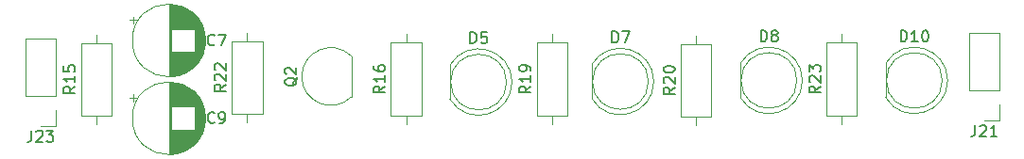
<source format=gbr>
%TF.GenerationSoftware,KiCad,Pcbnew,9.0.0*%
%TF.CreationDate,2025-06-20T16:33:01-04:00*%
%TF.ProjectId,proyecto_2_modulo,70726f79-6563-4746-9f5f-325f6d6f6475,rev?*%
%TF.SameCoordinates,Original*%
%TF.FileFunction,Legend,Top*%
%TF.FilePolarity,Positive*%
%FSLAX46Y46*%
G04 Gerber Fmt 4.6, Leading zero omitted, Abs format (unit mm)*
G04 Created by KiCad (PCBNEW 9.0.0) date 2025-06-20 16:33:01*
%MOMM*%
%LPD*%
G01*
G04 APERTURE LIST*
%ADD10C,0.150000*%
%ADD11C,0.120000*%
G04 APERTURE END LIST*
D10*
X80490057Y-32345238D02*
X80442438Y-32440476D01*
X80442438Y-32440476D02*
X80347200Y-32535714D01*
X80347200Y-32535714D02*
X80204342Y-32678571D01*
X80204342Y-32678571D02*
X80156723Y-32773809D01*
X80156723Y-32773809D02*
X80156723Y-32869047D01*
X80394819Y-32821428D02*
X80347200Y-32916666D01*
X80347200Y-32916666D02*
X80251961Y-33011904D01*
X80251961Y-33011904D02*
X80061485Y-33059523D01*
X80061485Y-33059523D02*
X79728152Y-33059523D01*
X79728152Y-33059523D02*
X79537676Y-33011904D01*
X79537676Y-33011904D02*
X79442438Y-32916666D01*
X79442438Y-32916666D02*
X79394819Y-32821428D01*
X79394819Y-32821428D02*
X79394819Y-32630952D01*
X79394819Y-32630952D02*
X79442438Y-32535714D01*
X79442438Y-32535714D02*
X79537676Y-32440476D01*
X79537676Y-32440476D02*
X79728152Y-32392857D01*
X79728152Y-32392857D02*
X80061485Y-32392857D01*
X80061485Y-32392857D02*
X80251961Y-32440476D01*
X80251961Y-32440476D02*
X80347200Y-32535714D01*
X80347200Y-32535714D02*
X80394819Y-32630952D01*
X80394819Y-32630952D02*
X80394819Y-32821428D01*
X79490057Y-32011904D02*
X79442438Y-31964285D01*
X79442438Y-31964285D02*
X79394819Y-31869047D01*
X79394819Y-31869047D02*
X79394819Y-31630952D01*
X79394819Y-31630952D02*
X79442438Y-31535714D01*
X79442438Y-31535714D02*
X79490057Y-31488095D01*
X79490057Y-31488095D02*
X79585295Y-31440476D01*
X79585295Y-31440476D02*
X79680533Y-31440476D01*
X79680533Y-31440476D02*
X79823390Y-31488095D01*
X79823390Y-31488095D02*
X80394819Y-32059523D01*
X80394819Y-32059523D02*
X80394819Y-31440476D01*
X60584819Y-33142857D02*
X60108628Y-33476190D01*
X60584819Y-33714285D02*
X59584819Y-33714285D01*
X59584819Y-33714285D02*
X59584819Y-33333333D01*
X59584819Y-33333333D02*
X59632438Y-33238095D01*
X59632438Y-33238095D02*
X59680057Y-33190476D01*
X59680057Y-33190476D02*
X59775295Y-33142857D01*
X59775295Y-33142857D02*
X59918152Y-33142857D01*
X59918152Y-33142857D02*
X60013390Y-33190476D01*
X60013390Y-33190476D02*
X60061009Y-33238095D01*
X60061009Y-33238095D02*
X60108628Y-33333333D01*
X60108628Y-33333333D02*
X60108628Y-33714285D01*
X60584819Y-32190476D02*
X60584819Y-32761904D01*
X60584819Y-32476190D02*
X59584819Y-32476190D01*
X59584819Y-32476190D02*
X59727676Y-32571428D01*
X59727676Y-32571428D02*
X59822914Y-32666666D01*
X59822914Y-32666666D02*
X59870533Y-32761904D01*
X59584819Y-31285714D02*
X59584819Y-31761904D01*
X59584819Y-31761904D02*
X60061009Y-31809523D01*
X60061009Y-31809523D02*
X60013390Y-31761904D01*
X60013390Y-31761904D02*
X59965771Y-31666666D01*
X59965771Y-31666666D02*
X59965771Y-31428571D01*
X59965771Y-31428571D02*
X60013390Y-31333333D01*
X60013390Y-31333333D02*
X60061009Y-31285714D01*
X60061009Y-31285714D02*
X60156247Y-31238095D01*
X60156247Y-31238095D02*
X60394342Y-31238095D01*
X60394342Y-31238095D02*
X60489580Y-31285714D01*
X60489580Y-31285714D02*
X60537200Y-31333333D01*
X60537200Y-31333333D02*
X60584819Y-31428571D01*
X60584819Y-31428571D02*
X60584819Y-31666666D01*
X60584819Y-31666666D02*
X60537200Y-31761904D01*
X60537200Y-31761904D02*
X60489580Y-31809523D01*
X134530714Y-29094819D02*
X134530714Y-28094819D01*
X134530714Y-28094819D02*
X134768809Y-28094819D01*
X134768809Y-28094819D02*
X134911666Y-28142438D01*
X134911666Y-28142438D02*
X135006904Y-28237676D01*
X135006904Y-28237676D02*
X135054523Y-28332914D01*
X135054523Y-28332914D02*
X135102142Y-28523390D01*
X135102142Y-28523390D02*
X135102142Y-28666247D01*
X135102142Y-28666247D02*
X135054523Y-28856723D01*
X135054523Y-28856723D02*
X135006904Y-28951961D01*
X135006904Y-28951961D02*
X134911666Y-29047200D01*
X134911666Y-29047200D02*
X134768809Y-29094819D01*
X134768809Y-29094819D02*
X134530714Y-29094819D01*
X136054523Y-29094819D02*
X135483095Y-29094819D01*
X135768809Y-29094819D02*
X135768809Y-28094819D01*
X135768809Y-28094819D02*
X135673571Y-28237676D01*
X135673571Y-28237676D02*
X135578333Y-28332914D01*
X135578333Y-28332914D02*
X135483095Y-28380533D01*
X136673571Y-28094819D02*
X136768809Y-28094819D01*
X136768809Y-28094819D02*
X136864047Y-28142438D01*
X136864047Y-28142438D02*
X136911666Y-28190057D01*
X136911666Y-28190057D02*
X136959285Y-28285295D01*
X136959285Y-28285295D02*
X137006904Y-28475771D01*
X137006904Y-28475771D02*
X137006904Y-28713866D01*
X137006904Y-28713866D02*
X136959285Y-28904342D01*
X136959285Y-28904342D02*
X136911666Y-28999580D01*
X136911666Y-28999580D02*
X136864047Y-29047200D01*
X136864047Y-29047200D02*
X136768809Y-29094819D01*
X136768809Y-29094819D02*
X136673571Y-29094819D01*
X136673571Y-29094819D02*
X136578333Y-29047200D01*
X136578333Y-29047200D02*
X136530714Y-28999580D01*
X136530714Y-28999580D02*
X136483095Y-28904342D01*
X136483095Y-28904342D02*
X136435476Y-28713866D01*
X136435476Y-28713866D02*
X136435476Y-28475771D01*
X136435476Y-28475771D02*
X136483095Y-28285295D01*
X136483095Y-28285295D02*
X136530714Y-28190057D01*
X136530714Y-28190057D02*
X136578333Y-28142438D01*
X136578333Y-28142438D02*
X136673571Y-28094819D01*
X74084819Y-32972857D02*
X73608628Y-33306190D01*
X74084819Y-33544285D02*
X73084819Y-33544285D01*
X73084819Y-33544285D02*
X73084819Y-33163333D01*
X73084819Y-33163333D02*
X73132438Y-33068095D01*
X73132438Y-33068095D02*
X73180057Y-33020476D01*
X73180057Y-33020476D02*
X73275295Y-32972857D01*
X73275295Y-32972857D02*
X73418152Y-32972857D01*
X73418152Y-32972857D02*
X73513390Y-33020476D01*
X73513390Y-33020476D02*
X73561009Y-33068095D01*
X73561009Y-33068095D02*
X73608628Y-33163333D01*
X73608628Y-33163333D02*
X73608628Y-33544285D01*
X73180057Y-32591904D02*
X73132438Y-32544285D01*
X73132438Y-32544285D02*
X73084819Y-32449047D01*
X73084819Y-32449047D02*
X73084819Y-32210952D01*
X73084819Y-32210952D02*
X73132438Y-32115714D01*
X73132438Y-32115714D02*
X73180057Y-32068095D01*
X73180057Y-32068095D02*
X73275295Y-32020476D01*
X73275295Y-32020476D02*
X73370533Y-32020476D01*
X73370533Y-32020476D02*
X73513390Y-32068095D01*
X73513390Y-32068095D02*
X74084819Y-32639523D01*
X74084819Y-32639523D02*
X74084819Y-32020476D01*
X73180057Y-31639523D02*
X73132438Y-31591904D01*
X73132438Y-31591904D02*
X73084819Y-31496666D01*
X73084819Y-31496666D02*
X73084819Y-31258571D01*
X73084819Y-31258571D02*
X73132438Y-31163333D01*
X73132438Y-31163333D02*
X73180057Y-31115714D01*
X73180057Y-31115714D02*
X73275295Y-31068095D01*
X73275295Y-31068095D02*
X73370533Y-31068095D01*
X73370533Y-31068095D02*
X73513390Y-31115714D01*
X73513390Y-31115714D02*
X74084819Y-31687142D01*
X74084819Y-31687142D02*
X74084819Y-31068095D01*
X108691905Y-29194819D02*
X108691905Y-28194819D01*
X108691905Y-28194819D02*
X108930000Y-28194819D01*
X108930000Y-28194819D02*
X109072857Y-28242438D01*
X109072857Y-28242438D02*
X109168095Y-28337676D01*
X109168095Y-28337676D02*
X109215714Y-28432914D01*
X109215714Y-28432914D02*
X109263333Y-28623390D01*
X109263333Y-28623390D02*
X109263333Y-28766247D01*
X109263333Y-28766247D02*
X109215714Y-28956723D01*
X109215714Y-28956723D02*
X109168095Y-29051961D01*
X109168095Y-29051961D02*
X109072857Y-29147200D01*
X109072857Y-29147200D02*
X108930000Y-29194819D01*
X108930000Y-29194819D02*
X108691905Y-29194819D01*
X109596667Y-28194819D02*
X110263333Y-28194819D01*
X110263333Y-28194819D02*
X109834762Y-29194819D01*
X127334819Y-33122857D02*
X126858628Y-33456190D01*
X127334819Y-33694285D02*
X126334819Y-33694285D01*
X126334819Y-33694285D02*
X126334819Y-33313333D01*
X126334819Y-33313333D02*
X126382438Y-33218095D01*
X126382438Y-33218095D02*
X126430057Y-33170476D01*
X126430057Y-33170476D02*
X126525295Y-33122857D01*
X126525295Y-33122857D02*
X126668152Y-33122857D01*
X126668152Y-33122857D02*
X126763390Y-33170476D01*
X126763390Y-33170476D02*
X126811009Y-33218095D01*
X126811009Y-33218095D02*
X126858628Y-33313333D01*
X126858628Y-33313333D02*
X126858628Y-33694285D01*
X126430057Y-32741904D02*
X126382438Y-32694285D01*
X126382438Y-32694285D02*
X126334819Y-32599047D01*
X126334819Y-32599047D02*
X126334819Y-32360952D01*
X126334819Y-32360952D02*
X126382438Y-32265714D01*
X126382438Y-32265714D02*
X126430057Y-32218095D01*
X126430057Y-32218095D02*
X126525295Y-32170476D01*
X126525295Y-32170476D02*
X126620533Y-32170476D01*
X126620533Y-32170476D02*
X126763390Y-32218095D01*
X126763390Y-32218095D02*
X127334819Y-32789523D01*
X127334819Y-32789523D02*
X127334819Y-32170476D01*
X126334819Y-31837142D02*
X126334819Y-31218095D01*
X126334819Y-31218095D02*
X126715771Y-31551428D01*
X126715771Y-31551428D02*
X126715771Y-31408571D01*
X126715771Y-31408571D02*
X126763390Y-31313333D01*
X126763390Y-31313333D02*
X126811009Y-31265714D01*
X126811009Y-31265714D02*
X126906247Y-31218095D01*
X126906247Y-31218095D02*
X127144342Y-31218095D01*
X127144342Y-31218095D02*
X127239580Y-31265714D01*
X127239580Y-31265714D02*
X127287200Y-31313333D01*
X127287200Y-31313333D02*
X127334819Y-31408571D01*
X127334819Y-31408571D02*
X127334819Y-31694285D01*
X127334819Y-31694285D02*
X127287200Y-31789523D01*
X127287200Y-31789523D02*
X127239580Y-31837142D01*
X141190476Y-36624819D02*
X141190476Y-37339104D01*
X141190476Y-37339104D02*
X141142857Y-37481961D01*
X141142857Y-37481961D02*
X141047619Y-37577200D01*
X141047619Y-37577200D02*
X140904762Y-37624819D01*
X140904762Y-37624819D02*
X140809524Y-37624819D01*
X141619048Y-36720057D02*
X141666667Y-36672438D01*
X141666667Y-36672438D02*
X141761905Y-36624819D01*
X141761905Y-36624819D02*
X142000000Y-36624819D01*
X142000000Y-36624819D02*
X142095238Y-36672438D01*
X142095238Y-36672438D02*
X142142857Y-36720057D01*
X142142857Y-36720057D02*
X142190476Y-36815295D01*
X142190476Y-36815295D02*
X142190476Y-36910533D01*
X142190476Y-36910533D02*
X142142857Y-37053390D01*
X142142857Y-37053390D02*
X141571429Y-37624819D01*
X141571429Y-37624819D02*
X142190476Y-37624819D01*
X143142857Y-37624819D02*
X142571429Y-37624819D01*
X142857143Y-37624819D02*
X142857143Y-36624819D01*
X142857143Y-36624819D02*
X142761905Y-36767676D01*
X142761905Y-36767676D02*
X142666667Y-36862914D01*
X142666667Y-36862914D02*
X142571429Y-36910533D01*
X121991905Y-29094819D02*
X121991905Y-28094819D01*
X121991905Y-28094819D02*
X122230000Y-28094819D01*
X122230000Y-28094819D02*
X122372857Y-28142438D01*
X122372857Y-28142438D02*
X122468095Y-28237676D01*
X122468095Y-28237676D02*
X122515714Y-28332914D01*
X122515714Y-28332914D02*
X122563333Y-28523390D01*
X122563333Y-28523390D02*
X122563333Y-28666247D01*
X122563333Y-28666247D02*
X122515714Y-28856723D01*
X122515714Y-28856723D02*
X122468095Y-28951961D01*
X122468095Y-28951961D02*
X122372857Y-29047200D01*
X122372857Y-29047200D02*
X122230000Y-29094819D01*
X122230000Y-29094819D02*
X121991905Y-29094819D01*
X123134762Y-28523390D02*
X123039524Y-28475771D01*
X123039524Y-28475771D02*
X122991905Y-28428152D01*
X122991905Y-28428152D02*
X122944286Y-28332914D01*
X122944286Y-28332914D02*
X122944286Y-28285295D01*
X122944286Y-28285295D02*
X122991905Y-28190057D01*
X122991905Y-28190057D02*
X123039524Y-28142438D01*
X123039524Y-28142438D02*
X123134762Y-28094819D01*
X123134762Y-28094819D02*
X123325238Y-28094819D01*
X123325238Y-28094819D02*
X123420476Y-28142438D01*
X123420476Y-28142438D02*
X123468095Y-28190057D01*
X123468095Y-28190057D02*
X123515714Y-28285295D01*
X123515714Y-28285295D02*
X123515714Y-28332914D01*
X123515714Y-28332914D02*
X123468095Y-28428152D01*
X123468095Y-28428152D02*
X123420476Y-28475771D01*
X123420476Y-28475771D02*
X123325238Y-28523390D01*
X123325238Y-28523390D02*
X123134762Y-28523390D01*
X123134762Y-28523390D02*
X123039524Y-28571009D01*
X123039524Y-28571009D02*
X122991905Y-28618628D01*
X122991905Y-28618628D02*
X122944286Y-28713866D01*
X122944286Y-28713866D02*
X122944286Y-28904342D01*
X122944286Y-28904342D02*
X122991905Y-28999580D01*
X122991905Y-28999580D02*
X123039524Y-29047200D01*
X123039524Y-29047200D02*
X123134762Y-29094819D01*
X123134762Y-29094819D02*
X123325238Y-29094819D01*
X123325238Y-29094819D02*
X123420476Y-29047200D01*
X123420476Y-29047200D02*
X123468095Y-28999580D01*
X123468095Y-28999580D02*
X123515714Y-28904342D01*
X123515714Y-28904342D02*
X123515714Y-28713866D01*
X123515714Y-28713866D02*
X123468095Y-28618628D01*
X123468095Y-28618628D02*
X123420476Y-28571009D01*
X123420476Y-28571009D02*
X123325238Y-28523390D01*
X56690476Y-37124819D02*
X56690476Y-37839104D01*
X56690476Y-37839104D02*
X56642857Y-37981961D01*
X56642857Y-37981961D02*
X56547619Y-38077200D01*
X56547619Y-38077200D02*
X56404762Y-38124819D01*
X56404762Y-38124819D02*
X56309524Y-38124819D01*
X57119048Y-37220057D02*
X57166667Y-37172438D01*
X57166667Y-37172438D02*
X57261905Y-37124819D01*
X57261905Y-37124819D02*
X57500000Y-37124819D01*
X57500000Y-37124819D02*
X57595238Y-37172438D01*
X57595238Y-37172438D02*
X57642857Y-37220057D01*
X57642857Y-37220057D02*
X57690476Y-37315295D01*
X57690476Y-37315295D02*
X57690476Y-37410533D01*
X57690476Y-37410533D02*
X57642857Y-37553390D01*
X57642857Y-37553390D02*
X57071429Y-38124819D01*
X57071429Y-38124819D02*
X57690476Y-38124819D01*
X58023810Y-37124819D02*
X58642857Y-37124819D01*
X58642857Y-37124819D02*
X58309524Y-37505771D01*
X58309524Y-37505771D02*
X58452381Y-37505771D01*
X58452381Y-37505771D02*
X58547619Y-37553390D01*
X58547619Y-37553390D02*
X58595238Y-37601009D01*
X58595238Y-37601009D02*
X58642857Y-37696247D01*
X58642857Y-37696247D02*
X58642857Y-37934342D01*
X58642857Y-37934342D02*
X58595238Y-38029580D01*
X58595238Y-38029580D02*
X58547619Y-38077200D01*
X58547619Y-38077200D02*
X58452381Y-38124819D01*
X58452381Y-38124819D02*
X58166667Y-38124819D01*
X58166667Y-38124819D02*
X58071429Y-38077200D01*
X58071429Y-38077200D02*
X58023810Y-38029580D01*
X88334819Y-33122857D02*
X87858628Y-33456190D01*
X88334819Y-33694285D02*
X87334819Y-33694285D01*
X87334819Y-33694285D02*
X87334819Y-33313333D01*
X87334819Y-33313333D02*
X87382438Y-33218095D01*
X87382438Y-33218095D02*
X87430057Y-33170476D01*
X87430057Y-33170476D02*
X87525295Y-33122857D01*
X87525295Y-33122857D02*
X87668152Y-33122857D01*
X87668152Y-33122857D02*
X87763390Y-33170476D01*
X87763390Y-33170476D02*
X87811009Y-33218095D01*
X87811009Y-33218095D02*
X87858628Y-33313333D01*
X87858628Y-33313333D02*
X87858628Y-33694285D01*
X88334819Y-32170476D02*
X88334819Y-32741904D01*
X88334819Y-32456190D02*
X87334819Y-32456190D01*
X87334819Y-32456190D02*
X87477676Y-32551428D01*
X87477676Y-32551428D02*
X87572914Y-32646666D01*
X87572914Y-32646666D02*
X87620533Y-32741904D01*
X87334819Y-31313333D02*
X87334819Y-31503809D01*
X87334819Y-31503809D02*
X87382438Y-31599047D01*
X87382438Y-31599047D02*
X87430057Y-31646666D01*
X87430057Y-31646666D02*
X87572914Y-31741904D01*
X87572914Y-31741904D02*
X87763390Y-31789523D01*
X87763390Y-31789523D02*
X88144342Y-31789523D01*
X88144342Y-31789523D02*
X88239580Y-31741904D01*
X88239580Y-31741904D02*
X88287200Y-31694285D01*
X88287200Y-31694285D02*
X88334819Y-31599047D01*
X88334819Y-31599047D02*
X88334819Y-31408571D01*
X88334819Y-31408571D02*
X88287200Y-31313333D01*
X88287200Y-31313333D02*
X88239580Y-31265714D01*
X88239580Y-31265714D02*
X88144342Y-31218095D01*
X88144342Y-31218095D02*
X87906247Y-31218095D01*
X87906247Y-31218095D02*
X87811009Y-31265714D01*
X87811009Y-31265714D02*
X87763390Y-31313333D01*
X87763390Y-31313333D02*
X87715771Y-31408571D01*
X87715771Y-31408571D02*
X87715771Y-31599047D01*
X87715771Y-31599047D02*
X87763390Y-31694285D01*
X87763390Y-31694285D02*
X87811009Y-31741904D01*
X87811009Y-31741904D02*
X87906247Y-31789523D01*
X114284819Y-33222857D02*
X113808628Y-33556190D01*
X114284819Y-33794285D02*
X113284819Y-33794285D01*
X113284819Y-33794285D02*
X113284819Y-33413333D01*
X113284819Y-33413333D02*
X113332438Y-33318095D01*
X113332438Y-33318095D02*
X113380057Y-33270476D01*
X113380057Y-33270476D02*
X113475295Y-33222857D01*
X113475295Y-33222857D02*
X113618152Y-33222857D01*
X113618152Y-33222857D02*
X113713390Y-33270476D01*
X113713390Y-33270476D02*
X113761009Y-33318095D01*
X113761009Y-33318095D02*
X113808628Y-33413333D01*
X113808628Y-33413333D02*
X113808628Y-33794285D01*
X113380057Y-32841904D02*
X113332438Y-32794285D01*
X113332438Y-32794285D02*
X113284819Y-32699047D01*
X113284819Y-32699047D02*
X113284819Y-32460952D01*
X113284819Y-32460952D02*
X113332438Y-32365714D01*
X113332438Y-32365714D02*
X113380057Y-32318095D01*
X113380057Y-32318095D02*
X113475295Y-32270476D01*
X113475295Y-32270476D02*
X113570533Y-32270476D01*
X113570533Y-32270476D02*
X113713390Y-32318095D01*
X113713390Y-32318095D02*
X114284819Y-32889523D01*
X114284819Y-32889523D02*
X114284819Y-32270476D01*
X113284819Y-31651428D02*
X113284819Y-31556190D01*
X113284819Y-31556190D02*
X113332438Y-31460952D01*
X113332438Y-31460952D02*
X113380057Y-31413333D01*
X113380057Y-31413333D02*
X113475295Y-31365714D01*
X113475295Y-31365714D02*
X113665771Y-31318095D01*
X113665771Y-31318095D02*
X113903866Y-31318095D01*
X113903866Y-31318095D02*
X114094342Y-31365714D01*
X114094342Y-31365714D02*
X114189580Y-31413333D01*
X114189580Y-31413333D02*
X114237200Y-31460952D01*
X114237200Y-31460952D02*
X114284819Y-31556190D01*
X114284819Y-31556190D02*
X114284819Y-31651428D01*
X114284819Y-31651428D02*
X114237200Y-31746666D01*
X114237200Y-31746666D02*
X114189580Y-31794285D01*
X114189580Y-31794285D02*
X114094342Y-31841904D01*
X114094342Y-31841904D02*
X113903866Y-31889523D01*
X113903866Y-31889523D02*
X113665771Y-31889523D01*
X113665771Y-31889523D02*
X113475295Y-31841904D01*
X113475295Y-31841904D02*
X113380057Y-31794285D01*
X113380057Y-31794285D02*
X113332438Y-31746666D01*
X113332438Y-31746666D02*
X113284819Y-31651428D01*
X101384819Y-33122857D02*
X100908628Y-33456190D01*
X101384819Y-33694285D02*
X100384819Y-33694285D01*
X100384819Y-33694285D02*
X100384819Y-33313333D01*
X100384819Y-33313333D02*
X100432438Y-33218095D01*
X100432438Y-33218095D02*
X100480057Y-33170476D01*
X100480057Y-33170476D02*
X100575295Y-33122857D01*
X100575295Y-33122857D02*
X100718152Y-33122857D01*
X100718152Y-33122857D02*
X100813390Y-33170476D01*
X100813390Y-33170476D02*
X100861009Y-33218095D01*
X100861009Y-33218095D02*
X100908628Y-33313333D01*
X100908628Y-33313333D02*
X100908628Y-33694285D01*
X101384819Y-32170476D02*
X101384819Y-32741904D01*
X101384819Y-32456190D02*
X100384819Y-32456190D01*
X100384819Y-32456190D02*
X100527676Y-32551428D01*
X100527676Y-32551428D02*
X100622914Y-32646666D01*
X100622914Y-32646666D02*
X100670533Y-32741904D01*
X101384819Y-31694285D02*
X101384819Y-31503809D01*
X101384819Y-31503809D02*
X101337200Y-31408571D01*
X101337200Y-31408571D02*
X101289580Y-31360952D01*
X101289580Y-31360952D02*
X101146723Y-31265714D01*
X101146723Y-31265714D02*
X100956247Y-31218095D01*
X100956247Y-31218095D02*
X100575295Y-31218095D01*
X100575295Y-31218095D02*
X100480057Y-31265714D01*
X100480057Y-31265714D02*
X100432438Y-31313333D01*
X100432438Y-31313333D02*
X100384819Y-31408571D01*
X100384819Y-31408571D02*
X100384819Y-31599047D01*
X100384819Y-31599047D02*
X100432438Y-31694285D01*
X100432438Y-31694285D02*
X100480057Y-31741904D01*
X100480057Y-31741904D02*
X100575295Y-31789523D01*
X100575295Y-31789523D02*
X100813390Y-31789523D01*
X100813390Y-31789523D02*
X100908628Y-31741904D01*
X100908628Y-31741904D02*
X100956247Y-31694285D01*
X100956247Y-31694285D02*
X101003866Y-31599047D01*
X101003866Y-31599047D02*
X101003866Y-31408571D01*
X101003866Y-31408571D02*
X100956247Y-31313333D01*
X100956247Y-31313333D02*
X100908628Y-31265714D01*
X100908628Y-31265714D02*
X100813390Y-31218095D01*
X73083333Y-36359580D02*
X73035714Y-36407200D01*
X73035714Y-36407200D02*
X72892857Y-36454819D01*
X72892857Y-36454819D02*
X72797619Y-36454819D01*
X72797619Y-36454819D02*
X72654762Y-36407200D01*
X72654762Y-36407200D02*
X72559524Y-36311961D01*
X72559524Y-36311961D02*
X72511905Y-36216723D01*
X72511905Y-36216723D02*
X72464286Y-36026247D01*
X72464286Y-36026247D02*
X72464286Y-35883390D01*
X72464286Y-35883390D02*
X72511905Y-35692914D01*
X72511905Y-35692914D02*
X72559524Y-35597676D01*
X72559524Y-35597676D02*
X72654762Y-35502438D01*
X72654762Y-35502438D02*
X72797619Y-35454819D01*
X72797619Y-35454819D02*
X72892857Y-35454819D01*
X72892857Y-35454819D02*
X73035714Y-35502438D01*
X73035714Y-35502438D02*
X73083333Y-35550057D01*
X73559524Y-36454819D02*
X73750000Y-36454819D01*
X73750000Y-36454819D02*
X73845238Y-36407200D01*
X73845238Y-36407200D02*
X73892857Y-36359580D01*
X73892857Y-36359580D02*
X73988095Y-36216723D01*
X73988095Y-36216723D02*
X74035714Y-36026247D01*
X74035714Y-36026247D02*
X74035714Y-35645295D01*
X74035714Y-35645295D02*
X73988095Y-35550057D01*
X73988095Y-35550057D02*
X73940476Y-35502438D01*
X73940476Y-35502438D02*
X73845238Y-35454819D01*
X73845238Y-35454819D02*
X73654762Y-35454819D01*
X73654762Y-35454819D02*
X73559524Y-35502438D01*
X73559524Y-35502438D02*
X73511905Y-35550057D01*
X73511905Y-35550057D02*
X73464286Y-35645295D01*
X73464286Y-35645295D02*
X73464286Y-35883390D01*
X73464286Y-35883390D02*
X73511905Y-35978628D01*
X73511905Y-35978628D02*
X73559524Y-36026247D01*
X73559524Y-36026247D02*
X73654762Y-36073866D01*
X73654762Y-36073866D02*
X73845238Y-36073866D01*
X73845238Y-36073866D02*
X73940476Y-36026247D01*
X73940476Y-36026247D02*
X73988095Y-35978628D01*
X73988095Y-35978628D02*
X74035714Y-35883390D01*
X73083333Y-29359580D02*
X73035714Y-29407200D01*
X73035714Y-29407200D02*
X72892857Y-29454819D01*
X72892857Y-29454819D02*
X72797619Y-29454819D01*
X72797619Y-29454819D02*
X72654762Y-29407200D01*
X72654762Y-29407200D02*
X72559524Y-29311961D01*
X72559524Y-29311961D02*
X72511905Y-29216723D01*
X72511905Y-29216723D02*
X72464286Y-29026247D01*
X72464286Y-29026247D02*
X72464286Y-28883390D01*
X72464286Y-28883390D02*
X72511905Y-28692914D01*
X72511905Y-28692914D02*
X72559524Y-28597676D01*
X72559524Y-28597676D02*
X72654762Y-28502438D01*
X72654762Y-28502438D02*
X72797619Y-28454819D01*
X72797619Y-28454819D02*
X72892857Y-28454819D01*
X72892857Y-28454819D02*
X73035714Y-28502438D01*
X73035714Y-28502438D02*
X73083333Y-28550057D01*
X73416667Y-28454819D02*
X74083333Y-28454819D01*
X74083333Y-28454819D02*
X73654762Y-29454819D01*
X95991905Y-29244819D02*
X95991905Y-28244819D01*
X95991905Y-28244819D02*
X96230000Y-28244819D01*
X96230000Y-28244819D02*
X96372857Y-28292438D01*
X96372857Y-28292438D02*
X96468095Y-28387676D01*
X96468095Y-28387676D02*
X96515714Y-28482914D01*
X96515714Y-28482914D02*
X96563333Y-28673390D01*
X96563333Y-28673390D02*
X96563333Y-28816247D01*
X96563333Y-28816247D02*
X96515714Y-29006723D01*
X96515714Y-29006723D02*
X96468095Y-29101961D01*
X96468095Y-29101961D02*
X96372857Y-29197200D01*
X96372857Y-29197200D02*
X96230000Y-29244819D01*
X96230000Y-29244819D02*
X95991905Y-29244819D01*
X97468095Y-28244819D02*
X96991905Y-28244819D01*
X96991905Y-28244819D02*
X96944286Y-28721009D01*
X96944286Y-28721009D02*
X96991905Y-28673390D01*
X96991905Y-28673390D02*
X97087143Y-28625771D01*
X97087143Y-28625771D02*
X97325238Y-28625771D01*
X97325238Y-28625771D02*
X97420476Y-28673390D01*
X97420476Y-28673390D02*
X97468095Y-28721009D01*
X97468095Y-28721009D02*
X97515714Y-28816247D01*
X97515714Y-28816247D02*
X97515714Y-29054342D01*
X97515714Y-29054342D02*
X97468095Y-29149580D01*
X97468095Y-29149580D02*
X97420476Y-29197200D01*
X97420476Y-29197200D02*
X97325238Y-29244819D01*
X97325238Y-29244819D02*
X97087143Y-29244819D01*
X97087143Y-29244819D02*
X96991905Y-29197200D01*
X96991905Y-29197200D02*
X96944286Y-29149580D01*
D11*
%TO.C,Q2*%
X85350000Y-34050000D02*
X85350000Y-30450000D01*
X80900000Y-32250000D02*
G75*
G02*
X85338478Y-30411522I2600000J0D01*
G01*
X85338478Y-34088478D02*
G75*
G02*
X80899999Y-32250000I-1838478J1838478D01*
G01*
%TO.C,R15*%
X61130000Y-29230000D02*
X61130000Y-35770000D01*
X61130000Y-35770000D02*
X63870000Y-35770000D01*
X62500000Y-28460000D02*
X62500000Y-29230000D01*
X62500000Y-36540000D02*
X62500000Y-35770000D01*
X63870000Y-29230000D02*
X61130000Y-29230000D01*
X63870000Y-35770000D02*
X63870000Y-29230000D01*
%TO.C,D10*%
X133185000Y-31055000D02*
X133185000Y-34145000D01*
X133185000Y-31055170D02*
G75*
G02*
X138735000Y-32599952I2560000J-1544830D01*
G01*
X138735000Y-32600048D02*
G75*
G02*
X133185000Y-34144830I-2990000J48D01*
G01*
X138245000Y-32600000D02*
G75*
G02*
X133245000Y-32600000I-2500000J0D01*
G01*
X133245000Y-32600000D02*
G75*
G02*
X138245000Y-32600000I2500000J0D01*
G01*
%TO.C,R22*%
X74630000Y-29060000D02*
X74630000Y-35600000D01*
X74630000Y-35600000D02*
X77370000Y-35600000D01*
X76000000Y-28290000D02*
X76000000Y-29060000D01*
X76000000Y-36370000D02*
X76000000Y-35600000D01*
X77370000Y-29060000D02*
X74630000Y-29060000D01*
X77370000Y-35600000D02*
X77370000Y-29060000D01*
%TO.C,D7*%
X106870000Y-31155000D02*
X106870000Y-34245000D01*
X106870000Y-31155170D02*
G75*
G02*
X112420000Y-32699952I2560000J-1544830D01*
G01*
X112420000Y-32700048D02*
G75*
G02*
X106870000Y-34244830I-2990000J48D01*
G01*
X111930000Y-32700000D02*
G75*
G02*
X106930000Y-32700000I-2500000J0D01*
G01*
X106930000Y-32700000D02*
G75*
G02*
X111930000Y-32700000I2500000J0D01*
G01*
%TO.C,R23*%
X127880000Y-29210000D02*
X127880000Y-35750000D01*
X127880000Y-35750000D02*
X130620000Y-35750000D01*
X129250000Y-28440000D02*
X129250000Y-29210000D01*
X129250000Y-36520000D02*
X129250000Y-35750000D01*
X130620000Y-29210000D02*
X127880000Y-29210000D01*
X130620000Y-35750000D02*
X130620000Y-29210000D01*
%TO.C,J21*%
X140620000Y-33520000D02*
X140620000Y-28330000D01*
X143380000Y-28330000D02*
X140620000Y-28330000D01*
X143380000Y-33520000D02*
X140620000Y-33520000D01*
X143380000Y-33520000D02*
X143380000Y-28330000D01*
X143380000Y-34790000D02*
X143380000Y-36170000D01*
X143380000Y-36170000D02*
X142000000Y-36170000D01*
%TO.C,D8*%
X120170000Y-31055000D02*
X120170000Y-34145000D01*
X120170000Y-31055170D02*
G75*
G02*
X125720000Y-32599952I2560000J-1544830D01*
G01*
X125720000Y-32600048D02*
G75*
G02*
X120170000Y-34144830I-2990000J48D01*
G01*
X125230000Y-32600000D02*
G75*
G02*
X120230000Y-32600000I-2500000J0D01*
G01*
X120230000Y-32600000D02*
G75*
G02*
X125230000Y-32600000I2500000J0D01*
G01*
%TO.C,J23*%
X56120000Y-34020000D02*
X56120000Y-28830000D01*
X58880000Y-28830000D02*
X56120000Y-28830000D01*
X58880000Y-34020000D02*
X56120000Y-34020000D01*
X58880000Y-34020000D02*
X58880000Y-28830000D01*
X58880000Y-35290000D02*
X58880000Y-36670000D01*
X58880000Y-36670000D02*
X57500000Y-36670000D01*
%TO.C,R16*%
X88880000Y-29210000D02*
X88880000Y-35750000D01*
X88880000Y-35750000D02*
X91620000Y-35750000D01*
X90250000Y-28440000D02*
X90250000Y-29210000D01*
X90250000Y-36520000D02*
X90250000Y-35750000D01*
X91620000Y-29210000D02*
X88880000Y-29210000D01*
X91620000Y-35750000D02*
X91620000Y-29210000D01*
%TO.C,R20*%
X114830000Y-29310000D02*
X114830000Y-35850000D01*
X114830000Y-35850000D02*
X117570000Y-35850000D01*
X116200000Y-28540000D02*
X116200000Y-29310000D01*
X116200000Y-36620000D02*
X116200000Y-35850000D01*
X117570000Y-29310000D02*
X114830000Y-29310000D01*
X117570000Y-35850000D02*
X117570000Y-29310000D01*
%TO.C,R19*%
X101930000Y-29210000D02*
X101930000Y-35750000D01*
X101930000Y-35750000D02*
X104670000Y-35750000D01*
X103300000Y-28440000D02*
X103300000Y-29210000D01*
X103300000Y-36520000D02*
X103300000Y-35750000D01*
X104670000Y-29210000D02*
X101930000Y-29210000D01*
X104670000Y-35750000D02*
X104670000Y-29210000D01*
%TO.C,C9*%
X65499759Y-34161000D02*
X66129759Y-34161000D01*
X65814759Y-33846000D02*
X65814759Y-34476000D01*
X69000000Y-32770000D02*
X69000000Y-39230000D01*
X69040000Y-32770000D02*
X69040000Y-39230000D01*
X69080000Y-32771000D02*
X69080000Y-39229000D01*
X69120000Y-32772000D02*
X69120000Y-39228000D01*
X69160000Y-32774000D02*
X69160000Y-39226000D01*
X69200000Y-32776000D02*
X69200000Y-39224000D01*
X69240000Y-32779000D02*
X69240000Y-34960000D01*
X69240000Y-37040000D02*
X69240000Y-39221000D01*
X69280000Y-32782000D02*
X69280000Y-34960000D01*
X69280000Y-37040000D02*
X69280000Y-39218000D01*
X69320000Y-32786000D02*
X69320000Y-34960000D01*
X69320000Y-37040000D02*
X69320000Y-39214000D01*
X69360000Y-32790000D02*
X69360000Y-34960000D01*
X69360000Y-37040000D02*
X69360000Y-39210000D01*
X69400000Y-32795000D02*
X69400000Y-34960000D01*
X69400000Y-37040000D02*
X69400000Y-39205000D01*
X69440000Y-32800000D02*
X69440000Y-34960000D01*
X69440000Y-37040000D02*
X69440000Y-39200000D01*
X69480000Y-32805000D02*
X69480000Y-34960000D01*
X69480000Y-37040000D02*
X69480000Y-39195000D01*
X69520000Y-32812000D02*
X69520000Y-34960000D01*
X69520000Y-37040000D02*
X69520000Y-39188000D01*
X69560000Y-32818000D02*
X69560000Y-34960000D01*
X69560000Y-37040000D02*
X69560000Y-39182000D01*
X69600000Y-32826000D02*
X69600000Y-34960000D01*
X69600000Y-37040000D02*
X69600000Y-39174000D01*
X69640000Y-32833000D02*
X69640000Y-34960000D01*
X69640000Y-37040000D02*
X69640000Y-39167000D01*
X69680000Y-32841000D02*
X69680000Y-34960000D01*
X69680000Y-37040000D02*
X69680000Y-39159000D01*
X69720000Y-32850000D02*
X69720000Y-34960000D01*
X69720000Y-37040000D02*
X69720000Y-39150000D01*
X69760000Y-32860000D02*
X69760000Y-34960000D01*
X69760000Y-37040000D02*
X69760000Y-39140000D01*
X69800000Y-32869000D02*
X69800000Y-34960000D01*
X69800000Y-37040000D02*
X69800000Y-39131000D01*
X69840000Y-32880000D02*
X69840000Y-34960000D01*
X69840000Y-37040000D02*
X69840000Y-39120000D01*
X69880000Y-32891000D02*
X69880000Y-34960000D01*
X69880000Y-37040000D02*
X69880000Y-39109000D01*
X69920000Y-32902000D02*
X69920000Y-34960000D01*
X69920000Y-37040000D02*
X69920000Y-39098000D01*
X69960000Y-32914000D02*
X69960000Y-34960000D01*
X69960000Y-37040000D02*
X69960000Y-39086000D01*
X70000000Y-32927000D02*
X70000000Y-34960000D01*
X70000000Y-37040000D02*
X70000000Y-39073000D01*
X70040000Y-32940000D02*
X70040000Y-34960000D01*
X70040000Y-37040000D02*
X70040000Y-39060000D01*
X70080000Y-32953000D02*
X70080000Y-34960000D01*
X70080000Y-37040000D02*
X70080000Y-39047000D01*
X70120000Y-32968000D02*
X70120000Y-34960000D01*
X70120000Y-37040000D02*
X70120000Y-39032000D01*
X70160000Y-32983000D02*
X70160000Y-34960000D01*
X70160000Y-37040000D02*
X70160000Y-39017000D01*
X70200000Y-32998000D02*
X70200000Y-34960000D01*
X70200000Y-37040000D02*
X70200000Y-39002000D01*
X70240000Y-33014000D02*
X70240000Y-34960000D01*
X70240000Y-37040000D02*
X70240000Y-38986000D01*
X70280000Y-33031000D02*
X70280000Y-34960000D01*
X70280000Y-37040000D02*
X70280000Y-38969000D01*
X70320000Y-33048000D02*
X70320000Y-34960000D01*
X70320000Y-37040000D02*
X70320000Y-38952000D01*
X70360000Y-33066000D02*
X70360000Y-34960000D01*
X70360000Y-37040000D02*
X70360000Y-38934000D01*
X70400000Y-33085000D02*
X70400000Y-34960000D01*
X70400000Y-37040000D02*
X70400000Y-38915000D01*
X70440000Y-33104000D02*
X70440000Y-34960000D01*
X70440000Y-37040000D02*
X70440000Y-38896000D01*
X70480000Y-33124000D02*
X70480000Y-34960000D01*
X70480000Y-37040000D02*
X70480000Y-38876000D01*
X70520000Y-33145000D02*
X70520000Y-34960000D01*
X70520000Y-37040000D02*
X70520000Y-38855000D01*
X70560000Y-33166000D02*
X70560000Y-34960000D01*
X70560000Y-37040000D02*
X70560000Y-38834000D01*
X70600000Y-33188000D02*
X70600000Y-34960000D01*
X70600000Y-37040000D02*
X70600000Y-38812000D01*
X70640000Y-33211000D02*
X70640000Y-34960000D01*
X70640000Y-37040000D02*
X70640000Y-38789000D01*
X70680000Y-33235000D02*
X70680000Y-34960000D01*
X70680000Y-37040000D02*
X70680000Y-38765000D01*
X70720000Y-33259000D02*
X70720000Y-34960000D01*
X70720000Y-37040000D02*
X70720000Y-38741000D01*
X70760000Y-33284000D02*
X70760000Y-34960000D01*
X70760000Y-37040000D02*
X70760000Y-38716000D01*
X70800000Y-33310000D02*
X70800000Y-34960000D01*
X70800000Y-37040000D02*
X70800000Y-38690000D01*
X70840000Y-33337000D02*
X70840000Y-34960000D01*
X70840000Y-37040000D02*
X70840000Y-38663000D01*
X70880000Y-33364000D02*
X70880000Y-34960000D01*
X70880000Y-37040000D02*
X70880000Y-38636000D01*
X70920000Y-33393000D02*
X70920000Y-34960000D01*
X70920000Y-37040000D02*
X70920000Y-38607000D01*
X70960000Y-33423000D02*
X70960000Y-34960000D01*
X70960000Y-37040000D02*
X70960000Y-38577000D01*
X71000000Y-33453000D02*
X71000000Y-34960000D01*
X71000000Y-37040000D02*
X71000000Y-38547000D01*
X71040000Y-33484000D02*
X71040000Y-34960000D01*
X71040000Y-37040000D02*
X71040000Y-38516000D01*
X71080000Y-33517000D02*
X71080000Y-34960000D01*
X71080000Y-37040000D02*
X71080000Y-38483000D01*
X71120000Y-33550000D02*
X71120000Y-34960000D01*
X71120000Y-37040000D02*
X71120000Y-38450000D01*
X71160000Y-33585000D02*
X71160000Y-34960000D01*
X71160000Y-37040000D02*
X71160000Y-38415000D01*
X71200000Y-33621000D02*
X71200000Y-34960000D01*
X71200000Y-37040000D02*
X71200000Y-38379000D01*
X71240000Y-33658000D02*
X71240000Y-34960000D01*
X71240000Y-37040000D02*
X71240000Y-38342000D01*
X71280000Y-33696000D02*
X71280000Y-34960000D01*
X71280000Y-37040000D02*
X71280000Y-38304000D01*
X71320000Y-33736000D02*
X71320000Y-38264000D01*
X71360000Y-33777000D02*
X71360000Y-38223000D01*
X71400000Y-33819000D02*
X71400000Y-38181000D01*
X71440000Y-33863000D02*
X71440000Y-38137000D01*
X71480000Y-33909000D02*
X71480000Y-38091000D01*
X71520000Y-33956000D02*
X71520000Y-38044000D01*
X71560000Y-34005000D02*
X71560000Y-37995000D01*
X71600000Y-34057000D02*
X71600000Y-37943000D01*
X71640000Y-34110000D02*
X71640000Y-37890000D01*
X71680000Y-34166000D02*
X71680000Y-37834000D01*
X71720000Y-34225000D02*
X71720000Y-37775000D01*
X71760000Y-34286000D02*
X71760000Y-37714000D01*
X71800000Y-34351000D02*
X71800000Y-37649000D01*
X71840000Y-34419000D02*
X71840000Y-37581000D01*
X71880000Y-34491000D02*
X71880000Y-37509000D01*
X71920000Y-34568000D02*
X71920000Y-37432000D01*
X71960000Y-34650000D02*
X71960000Y-37350000D01*
X72000000Y-34739000D02*
X72000000Y-37261000D01*
X72040000Y-34835000D02*
X72040000Y-37165000D01*
X72080000Y-34942000D02*
X72080000Y-37058000D01*
X72120000Y-35061000D02*
X72120000Y-36939000D01*
X72160000Y-35199000D02*
X72160000Y-36801000D01*
X72200000Y-35367000D02*
X72200000Y-36633000D01*
X72240000Y-35598000D02*
X72240000Y-36402000D01*
X72270000Y-36000000D02*
G75*
G02*
X65730000Y-36000000I-3270000J0D01*
G01*
X65730000Y-36000000D02*
G75*
G02*
X72270000Y-36000000I3270000J0D01*
G01*
%TO.C,C7*%
X65499759Y-27161000D02*
X66129759Y-27161000D01*
X65814759Y-26846000D02*
X65814759Y-27476000D01*
X69000000Y-25770000D02*
X69000000Y-32230000D01*
X69040000Y-25770000D02*
X69040000Y-32230000D01*
X69080000Y-25771000D02*
X69080000Y-32229000D01*
X69120000Y-25772000D02*
X69120000Y-32228000D01*
X69160000Y-25774000D02*
X69160000Y-32226000D01*
X69200000Y-25776000D02*
X69200000Y-32224000D01*
X69240000Y-25779000D02*
X69240000Y-27960000D01*
X69240000Y-30040000D02*
X69240000Y-32221000D01*
X69280000Y-25782000D02*
X69280000Y-27960000D01*
X69280000Y-30040000D02*
X69280000Y-32218000D01*
X69320000Y-25786000D02*
X69320000Y-27960000D01*
X69320000Y-30040000D02*
X69320000Y-32214000D01*
X69360000Y-25790000D02*
X69360000Y-27960000D01*
X69360000Y-30040000D02*
X69360000Y-32210000D01*
X69400000Y-25795000D02*
X69400000Y-27960000D01*
X69400000Y-30040000D02*
X69400000Y-32205000D01*
X69440000Y-25800000D02*
X69440000Y-27960000D01*
X69440000Y-30040000D02*
X69440000Y-32200000D01*
X69480000Y-25805000D02*
X69480000Y-27960000D01*
X69480000Y-30040000D02*
X69480000Y-32195000D01*
X69520000Y-25812000D02*
X69520000Y-27960000D01*
X69520000Y-30040000D02*
X69520000Y-32188000D01*
X69560000Y-25818000D02*
X69560000Y-27960000D01*
X69560000Y-30040000D02*
X69560000Y-32182000D01*
X69600000Y-25826000D02*
X69600000Y-27960000D01*
X69600000Y-30040000D02*
X69600000Y-32174000D01*
X69640000Y-25833000D02*
X69640000Y-27960000D01*
X69640000Y-30040000D02*
X69640000Y-32167000D01*
X69680000Y-25841000D02*
X69680000Y-27960000D01*
X69680000Y-30040000D02*
X69680000Y-32159000D01*
X69720000Y-25850000D02*
X69720000Y-27960000D01*
X69720000Y-30040000D02*
X69720000Y-32150000D01*
X69760000Y-25860000D02*
X69760000Y-27960000D01*
X69760000Y-30040000D02*
X69760000Y-32140000D01*
X69800000Y-25869000D02*
X69800000Y-27960000D01*
X69800000Y-30040000D02*
X69800000Y-32131000D01*
X69840000Y-25880000D02*
X69840000Y-27960000D01*
X69840000Y-30040000D02*
X69840000Y-32120000D01*
X69880000Y-25891000D02*
X69880000Y-27960000D01*
X69880000Y-30040000D02*
X69880000Y-32109000D01*
X69920000Y-25902000D02*
X69920000Y-27960000D01*
X69920000Y-30040000D02*
X69920000Y-32098000D01*
X69960000Y-25914000D02*
X69960000Y-27960000D01*
X69960000Y-30040000D02*
X69960000Y-32086000D01*
X70000000Y-25927000D02*
X70000000Y-27960000D01*
X70000000Y-30040000D02*
X70000000Y-32073000D01*
X70040000Y-25940000D02*
X70040000Y-27960000D01*
X70040000Y-30040000D02*
X70040000Y-32060000D01*
X70080000Y-25953000D02*
X70080000Y-27960000D01*
X70080000Y-30040000D02*
X70080000Y-32047000D01*
X70120000Y-25968000D02*
X70120000Y-27960000D01*
X70120000Y-30040000D02*
X70120000Y-32032000D01*
X70160000Y-25983000D02*
X70160000Y-27960000D01*
X70160000Y-30040000D02*
X70160000Y-32017000D01*
X70200000Y-25998000D02*
X70200000Y-27960000D01*
X70200000Y-30040000D02*
X70200000Y-32002000D01*
X70240000Y-26014000D02*
X70240000Y-27960000D01*
X70240000Y-30040000D02*
X70240000Y-31986000D01*
X70280000Y-26031000D02*
X70280000Y-27960000D01*
X70280000Y-30040000D02*
X70280000Y-31969000D01*
X70320000Y-26048000D02*
X70320000Y-27960000D01*
X70320000Y-30040000D02*
X70320000Y-31952000D01*
X70360000Y-26066000D02*
X70360000Y-27960000D01*
X70360000Y-30040000D02*
X70360000Y-31934000D01*
X70400000Y-26085000D02*
X70400000Y-27960000D01*
X70400000Y-30040000D02*
X70400000Y-31915000D01*
X70440000Y-26104000D02*
X70440000Y-27960000D01*
X70440000Y-30040000D02*
X70440000Y-31896000D01*
X70480000Y-26124000D02*
X70480000Y-27960000D01*
X70480000Y-30040000D02*
X70480000Y-31876000D01*
X70520000Y-26145000D02*
X70520000Y-27960000D01*
X70520000Y-30040000D02*
X70520000Y-31855000D01*
X70560000Y-26166000D02*
X70560000Y-27960000D01*
X70560000Y-30040000D02*
X70560000Y-31834000D01*
X70600000Y-26188000D02*
X70600000Y-27960000D01*
X70600000Y-30040000D02*
X70600000Y-31812000D01*
X70640000Y-26211000D02*
X70640000Y-27960000D01*
X70640000Y-30040000D02*
X70640000Y-31789000D01*
X70680000Y-26235000D02*
X70680000Y-27960000D01*
X70680000Y-30040000D02*
X70680000Y-31765000D01*
X70720000Y-26259000D02*
X70720000Y-27960000D01*
X70720000Y-30040000D02*
X70720000Y-31741000D01*
X70760000Y-26284000D02*
X70760000Y-27960000D01*
X70760000Y-30040000D02*
X70760000Y-31716000D01*
X70800000Y-26310000D02*
X70800000Y-27960000D01*
X70800000Y-30040000D02*
X70800000Y-31690000D01*
X70840000Y-26337000D02*
X70840000Y-27960000D01*
X70840000Y-30040000D02*
X70840000Y-31663000D01*
X70880000Y-26364000D02*
X70880000Y-27960000D01*
X70880000Y-30040000D02*
X70880000Y-31636000D01*
X70920000Y-26393000D02*
X70920000Y-27960000D01*
X70920000Y-30040000D02*
X70920000Y-31607000D01*
X70960000Y-26423000D02*
X70960000Y-27960000D01*
X70960000Y-30040000D02*
X70960000Y-31577000D01*
X71000000Y-26453000D02*
X71000000Y-27960000D01*
X71000000Y-30040000D02*
X71000000Y-31547000D01*
X71040000Y-26484000D02*
X71040000Y-27960000D01*
X71040000Y-30040000D02*
X71040000Y-31516000D01*
X71080000Y-26517000D02*
X71080000Y-27960000D01*
X71080000Y-30040000D02*
X71080000Y-31483000D01*
X71120000Y-26550000D02*
X71120000Y-27960000D01*
X71120000Y-30040000D02*
X71120000Y-31450000D01*
X71160000Y-26585000D02*
X71160000Y-27960000D01*
X71160000Y-30040000D02*
X71160000Y-31415000D01*
X71200000Y-26621000D02*
X71200000Y-27960000D01*
X71200000Y-30040000D02*
X71200000Y-31379000D01*
X71240000Y-26658000D02*
X71240000Y-27960000D01*
X71240000Y-30040000D02*
X71240000Y-31342000D01*
X71280000Y-26696000D02*
X71280000Y-27960000D01*
X71280000Y-30040000D02*
X71280000Y-31304000D01*
X71320000Y-26736000D02*
X71320000Y-31264000D01*
X71360000Y-26777000D02*
X71360000Y-31223000D01*
X71400000Y-26819000D02*
X71400000Y-31181000D01*
X71440000Y-26863000D02*
X71440000Y-31137000D01*
X71480000Y-26909000D02*
X71480000Y-31091000D01*
X71520000Y-26956000D02*
X71520000Y-31044000D01*
X71560000Y-27005000D02*
X71560000Y-30995000D01*
X71600000Y-27057000D02*
X71600000Y-30943000D01*
X71640000Y-27110000D02*
X71640000Y-30890000D01*
X71680000Y-27166000D02*
X71680000Y-30834000D01*
X71720000Y-27225000D02*
X71720000Y-30775000D01*
X71760000Y-27286000D02*
X71760000Y-30714000D01*
X71800000Y-27351000D02*
X71800000Y-30649000D01*
X71840000Y-27419000D02*
X71840000Y-30581000D01*
X71880000Y-27491000D02*
X71880000Y-30509000D01*
X71920000Y-27568000D02*
X71920000Y-30432000D01*
X71960000Y-27650000D02*
X71960000Y-30350000D01*
X72000000Y-27739000D02*
X72000000Y-30261000D01*
X72040000Y-27835000D02*
X72040000Y-30165000D01*
X72080000Y-27942000D02*
X72080000Y-30058000D01*
X72120000Y-28061000D02*
X72120000Y-29939000D01*
X72160000Y-28199000D02*
X72160000Y-29801000D01*
X72200000Y-28367000D02*
X72200000Y-29633000D01*
X72240000Y-28598000D02*
X72240000Y-29402000D01*
X72270000Y-29000000D02*
G75*
G02*
X65730000Y-29000000I-3270000J0D01*
G01*
X65730000Y-29000000D02*
G75*
G02*
X72270000Y-29000000I3270000J0D01*
G01*
%TO.C,D5*%
X94170000Y-31205000D02*
X94170000Y-34295000D01*
X94170000Y-31205170D02*
G75*
G02*
X99720000Y-32749952I2560000J-1544830D01*
G01*
X99720000Y-32750048D02*
G75*
G02*
X94170000Y-34294830I-2990000J48D01*
G01*
X99230000Y-32750000D02*
G75*
G02*
X94230000Y-32750000I-2500000J0D01*
G01*
X94230000Y-32750000D02*
G75*
G02*
X99230000Y-32750000I2500000J0D01*
G01*
%TD*%
M02*

</source>
